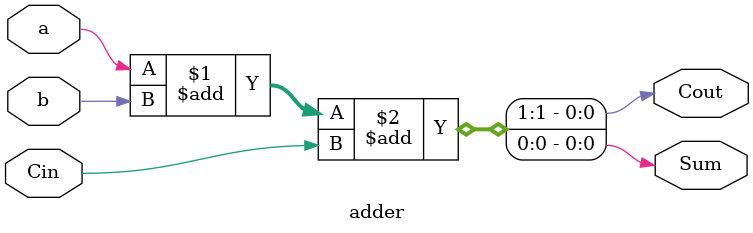
<source format=v>
`timescale 1ns / 1ps

module adder(
    input a,
    input b,
    input Cin,
    output Sum,
    output Cout
    );
    assign {Cout,Sum} = a+b+Cin;
endmodule

</source>
